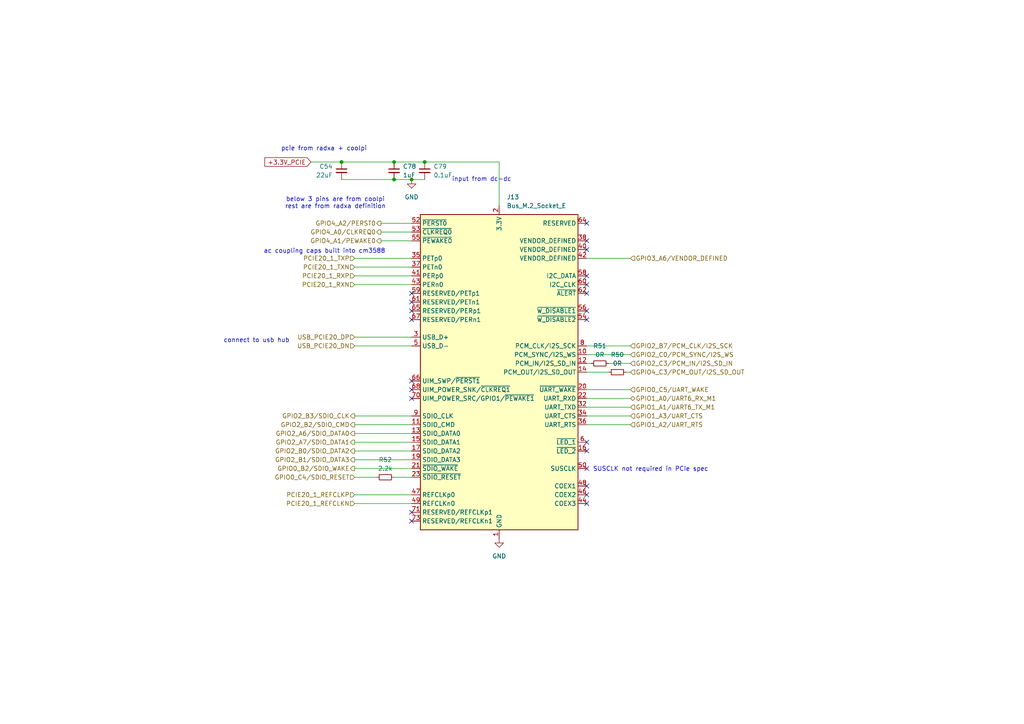
<source format=kicad_sch>
(kicad_sch (version 20240417) (generator "eeschema") (generator_version "8.99")
  (paper "A4")
  (title_block (title "anyon e") (date "2024-09-15") (rev "V0.3") (company "Byran Huang") (comment 4 "Proof of concept board for feature verification"))
  (lib_symbols
    (symbol "Connector:Bus_M.2_Socket_E"
      (property "Reference" "J" (at -22.86 46.99 0))
      (property "Value" "Bus_M.2_Socket_E" (at 16.51 46.99 0))
      (symbol "Bus_M.2_Socket_E_0_1"
        (rectangle (start -22.86 45.72) (end 22.86 -45.72) (stroke (width 0.254)) (fill (type background)))
      )
      (symbol "Bus_M.2_Socket_E_1_1"
        (pin power_in line (at 0 -48.26 90) (length 2.54) (name "GND") (number "1"))
        (pin bidirectional line (at 25.4 5.08 180) (length 2.54) (name "PCM_SYNC/I2S_WS") (number "10"))
        (pin bidirectional line (at -25.4 -15.24 0) (length 2.54) (name "SDIO_CMD") (number "11"))
        (pin input line (at 25.4 2.54 180) (length 2.54) (name "PCM_IN/I2S_SD_IN") (number "12"))
        (pin bidirectional line (at -25.4 -17.78 0) (length 2.54) (name "SDIO_DATA0") (number "13"))
        (pin output line (at 25.4 0 180) (length 2.54) (name "PCM_OUT/I2S_SD_OUT") (number "14"))
        (pin bidirectional line (at -25.4 -20.32 0) (length 2.54) (name "SDIO_DATA1") (number "15"))
        (pin open_collector line (at 25.4 -22.86 180) (length 2.54) (name "~{LED_2}") (number "16"))
        (pin bidirectional line (at -25.4 -22.86 0) (length 2.54) (name "SDIO_DATA2") (number "17"))
        (pin passive line (at 0 -48.26 90) (length 2.54) hide (name "GND") (number "18"))
        (pin bidirectional line (at -25.4 -25.4 0) (length 2.54) (name "SDIO_DATA3") (number "19"))
        (pin power_in line (at 0 48.26 270) (length 2.54) (name "3.3V") (number "2"))
        (pin input line (at 25.4 -5.08 180) (length 2.54) (name "~{UART_WAKE}") (number "20"))
        (pin input line (at -25.4 -27.94 0) (length 2.54) (name "~{SDIO_WAKE}") (number "21"))
        (pin input line (at 25.4 -7.62 180) (length 2.54) (name "UART_RXD") (number "22"))
        (pin output line (at -25.4 -30.48 0) (length 2.54) (name "~{SDIO_RESET}") (number "23"))
        (pin bidirectional line (at -25.4 10.16 0) (length 2.54) (name "USB_D+") (number "3"))
        (pin output line (at 25.4 -10.16 180) (length 2.54) (name "UART_TXD") (number "32"))
        (pin passive line (at 0 -48.26 90) (length 2.54) hide (name "GND") (number "33"))
        (pin input line (at 25.4 -12.7 180) (length 2.54) (name "UART_CTS") (number "34"))
        (pin output line (at -25.4 33.02 0) (length 2.54) (name "PETp0") (number "35"))
        (pin output line (at 25.4 -15.24 180) (length 2.54) (name "UART_RTS") (number "36"))
        (pin output line (at -25.4 30.48 0) (length 2.54) (name "PETn0") (number "37"))
        (pin passive line (at 25.4 38.1 180) (length 2.54) (name "VENDOR_DEFINED") (number "38"))
        (pin passive line (at 0 -48.26 90) (length 2.54) hide (name "GND") (number "39"))
        (pin passive line (at 0 48.26 270) (length 2.54) hide (name "3.3V") (number "4"))
        (pin passive line (at 25.4 35.56 180) (length 2.54) (name "VENDOR_DEFINED") (number "40"))
        (pin input line (at -25.4 27.94 0) (length 2.54) (name "PERp0") (number "41"))
        (pin passive line (at 25.4 33.02 180) (length 2.54) (name "VENDOR_DEFINED") (number "42"))
        (pin input line (at -25.4 25.4 0) (length 2.54) (name "PERn0") (number "43"))
        (pin bidirectional line (at 25.4 -38.1 180) (length 2.54) (name "COEX3") (number "44"))
        (pin passive line (at 0 -48.26 90) (length 2.54) hide (name "GND") (number "45"))
        (pin bidirectional line (at 25.4 -35.56 180) (length 2.54) (name "COEX2") (number "46"))
        (pin output line (at -25.4 -35.56 0) (length 2.54) (name "REFCLKp0") (number "47"))
        (pin bidirectional line (at 25.4 -33.02 180) (length 2.54) (name "COEX1") (number "48"))
        (pin output line (at -25.4 -38.1 0) (length 2.54) (name "REFCLKn0") (number "49"))
        (pin bidirectional line (at -25.4 7.62 0) (length 2.54) (name "USB_D-") (number "5"))
        (pin output line (at 25.4 -27.94 180) (length 2.54) (name "SUSCLK") (number "50"))
        (pin passive line (at 0 -48.26 90) (length 2.54) hide (name "GND") (number "51"))
        (pin output line (at -25.4 43.18 0) (length 2.54) (name "~{PERST0}") (number "52"))
        (pin bidirectional line (at -25.4 40.64 0) (length 2.54) (name "~{CLKREQ0}") (number "53"))
        (pin output line (at 25.4 15.24 180) (length 2.54) (name "~{W_DISABLE2}") (number "54"))
        (pin bidirectional line (at -25.4 38.1 0) (length 2.54) (name "~{PEWAKE0}") (number "55"))
        (pin output line (at 25.4 17.78 180) (length 2.54) (name "~{W_DISABLE1}") (number "56"))
        (pin passive line (at 0 -48.26 90) (length 2.54) hide (name "GND") (number "57"))
        (pin bidirectional line (at 25.4 27.94 180) (length 2.54) (name "I2C_DATA") (number "58"))
        (pin output line (at -25.4 22.86 0) (length 2.54) (name "RESERVED/PETp1") (number "59"))
        (pin open_collector line (at 25.4 -20.32 180) (length 2.54) (name "~{LED_1}") (number "6"))
        (pin output line (at 25.4 25.4 180) (length 2.54) (name "I2C_CLK") (number "60"))
        (pin output line (at -25.4 20.32 0) (length 2.54) (name "RESERVED/PETn1") (number "61"))
        (pin input line (at 25.4 22.86 180) (length 2.54) (name "~{ALERT}") (number "62"))
        (pin passive line (at 0 -48.26 90) (length 2.54) hide (name "GND") (number "63"))
        (pin passive line (at 25.4 43.18 180) (length 2.54) (name "RESERVED") (number "64"))
        (pin input line (at -25.4 17.78 0) (length 2.54) (name "RESERVED/PERp1") (number "65"))
        (pin output line (at -25.4 -2.54 0) (length 2.54) (name "UIM_SWP/~{PERST1}") (number "66"))
        (pin input line (at -25.4 15.24 0) (length 2.54) (name "RESERVED/PERn1") (number "67"))
        (pin bidirectional line (at -25.4 -5.08 0) (length 2.54) (name "UIM_POWER_SNK/~{CLKREQ1}") (number "68"))
        (pin passive line (at 0 -48.26 90) (length 2.54) hide (name "GND") (number "69"))
        (pin passive line (at 0 -48.26 90) (length 2.54) hide (name "GND") (number "7"))
        (pin bidirectional line (at -25.4 -7.62 0) (length 2.54) (name "UIM_POWER_SRC/GPIO1/~{PEWAKE1}") (number "70"))
        (pin output line (at -25.4 -40.64 0) (length 2.54) (name "RESERVED/REFCLKp1") (number "71"))
        (pin passive line (at 0 48.26 270) (length 2.54) hide (name "3.3V") (number "72"))
        (pin output line (at -25.4 -43.18 0) (length 2.54) (name "RESERVED/REFCLKn1") (number "73"))
        (pin passive line (at 0 48.26 270) (length 2.54) hide (name "3.3V") (number "74"))
        (pin passive line (at 0 -48.26 90) (length 2.54) hide (name "GND") (number "75"))
        (pin bidirectional line (at 25.4 7.62 180) (length 2.54) (name "PCM_CLK/I2S_SCK") (number "8"))
        (pin output line (at -25.4 -12.7 0) (length 2.54) (name "SDIO_CLK") (number "9"))
      )
    )
    (symbol "Device:C_Small" (pin_numbers hide) (pin_names (offset 0.254) hide)
      (property "Reference" "C" (at 0.254 1.778 0))
      (property "Value" "C_Small" (at 0.254 -2.032 0))
      (symbol "C_Small_0_1"
        (polyline (pts (xy -1.524 0.508) (xy 1.524 0.508)) (stroke (width 0.3048)))
        (polyline (pts (xy -1.524 -0.508) (xy 1.524 -0.508)) (stroke (width 0.3302)))
      )
      (symbol "C_Small_1_1"
        (pin passive line (at 0 2.54 270) (length 2.032) (name "~") (number "1"))
        (pin passive line (at 0 -2.54 90) (length 2.032) (name "~") (number "2"))
      )
    )
    (symbol "Device:R_Small" (pin_numbers hide) (pin_names (offset 0.254) hide)
      (property "Reference" "R" (at 0.762 0.508 0))
      (property "Value" "R_Small" (at 0.762 -1.016 0))
      (symbol "R_Small_0_1"
        (rectangle (start -0.762 1.778) (end 0.762 -1.778) (stroke (width 0.2032)))
      )
      (symbol "R_Small_1_1"
        (pin passive line (at 0 2.54 270) (length 0.762) (name "~") (number "1"))
        (pin passive line (at 0 -2.54 90) (length 0.762) (name "~") (number "2"))
      )
    )
    (symbol "power:GND" (power) (pin_numbers hide) (pin_names (offset 0) hide)
      (property "Value" "GND" (at 0 -3.81 0))
      (symbol "GND_0_1"
        (polyline (pts (xy 0 0) (xy 0 -1.27) (xy 1.27 -1.27) (xy 0 -2.54) (xy -1.27 -1.27) (xy 0 -1.27)))
      )
      (symbol "GND_1_1"
        (pin power_in line (at 0 0 270) (length 0) (name "~") (number "1"))
      )
    )
  )
  (text "connect to usb hub" (at 74.422 98.806 0) (effects (font (size 1.27 1.27))))
  (text "below 3 pins are from coolpi\nrest are from radxa definition" (at 97.282 58.928 0) (effects (font (size 1.27 1.27))))
  (text "pcie from radxa + coolpi" (at 93.98 43.18 0) (effects (font (size 1.27 1.27))))
  (text "SUSCLK not required in PCIe spec" (at 188.722 136.144 0) (effects (font (size 1.27 1.27))))
  (text "input from dc-dc" (at 139.7 52.07 0) (effects (font (size 1.27 1.27))))
  (text "ac coupling caps built into cm3588" (at 76.454 72.898 0) (effects (font (size 1.27 1.27)) (justify left)))
  (junction (at 123.19 46.99))
  (junction (at 114.3 46.99))
  (junction (at 114.3 52.07))
  (junction (at 99.06 46.99))
  (junction (at 119.38 52.07))
  (no_connect (at 170.18 85.09))
  (no_connect (at 119.38 85.09))
  (no_connect (at 119.38 148.59))
  (no_connect (at 119.38 92.71))
  (no_connect (at 119.38 151.13))
  (no_connect (at 170.18 72.39))
  (no_connect (at 170.18 140.97))
  (no_connect (at 170.18 135.89))
  (no_connect (at 170.18 92.71))
  (no_connect (at 170.18 146.05))
  (no_connect (at 119.38 87.63))
  (no_connect (at 170.18 90.17))
  (no_connect (at 170.18 130.81))
  (no_connect (at 170.18 69.85))
  (no_connect (at 119.38 113.03))
  (no_connect (at 119.38 110.49))
  (no_connect (at 170.18 128.27))
  (no_connect (at 170.18 64.77))
  (no_connect (at 170.18 80.01))
  (no_connect (at 170.18 82.55))
  (no_connect (at 170.18 143.51))
  (no_connect (at 119.38 115.57))
  (no_connect (at 119.38 90.17))
  (wire (pts (xy 170.18 113.03) (xy 182.88 113.03)))
  (wire (pts (xy 99.06 52.07) (xy 114.3 52.07)))
  (wire (pts (xy 170.18 120.65) (xy 182.88 120.65)))
  (wire (pts (xy 102.87 74.93) (xy 119.38 74.93)))
  (wire (pts (xy 176.53 107.95) (xy 170.18 107.95)))
  (wire (pts (xy 102.87 135.89) (xy 119.38 135.89)))
  (wire (pts (xy 90.17 46.99) (xy 99.06 46.99)))
  (wire (pts (xy 119.38 52.07) (xy 123.19 52.07)))
  (wire (pts (xy 182.88 105.41) (xy 176.53 105.41)))
  (wire (pts (xy 99.06 46.99) (xy 114.3 46.99)))
  (wire (pts (xy 102.87 143.51) (xy 119.38 143.51)))
  (wire (pts (xy 102.87 120.65) (xy 119.38 120.65)))
  (wire (pts (xy 170.18 123.19) (xy 182.88 123.19)))
  (wire (pts (xy 102.87 77.47) (xy 119.38 77.47)))
  (wire (pts (xy 102.87 138.43) (xy 109.22 138.43)))
  (wire (pts (xy 110.49 64.77) (xy 119.38 64.77)))
  (wire (pts (xy 102.87 130.81) (xy 119.38 130.81)))
  (wire (pts (xy 102.87 123.19) (xy 119.38 123.19)))
  (wire (pts (xy 170.18 115.57) (xy 182.88 115.57)))
  (wire (pts (xy 102.87 133.35) (xy 119.38 133.35)))
  (wire (pts (xy 102.87 80.01) (xy 119.38 80.01)))
  (wire (pts (xy 171.45 105.41) (xy 170.18 105.41)))
  (wire (pts (xy 123.19 46.99) (xy 114.3 46.99)))
  (wire (pts (xy 102.87 125.73) (xy 119.38 125.73)))
  (wire (pts (xy 182.88 102.87) (xy 170.18 102.87)))
  (wire (pts (xy 182.88 107.95) (xy 181.61 107.95)))
  (wire (pts (xy 102.87 97.79) (xy 119.38 97.79)))
  (wire (pts (xy 123.19 46.99) (xy 144.78 46.99)))
  (wire (pts (xy 102.87 146.05) (xy 119.38 146.05)))
  (wire (pts (xy 114.3 52.07) (xy 119.38 52.07)))
  (wire (pts (xy 102.87 100.33) (xy 119.38 100.33)))
  (wire (pts (xy 110.49 69.85) (xy 119.38 69.85)))
  (wire (pts (xy 114.3 138.43) (xy 119.38 138.43)))
  (wire (pts (xy 102.87 128.27) (xy 119.38 128.27)))
  (wire (pts (xy 182.88 100.33) (xy 170.18 100.33)))
  (wire (pts (xy 102.87 82.55) (xy 119.38 82.55)))
  (wire (pts (xy 170.18 74.93) (xy 182.88 74.93)))
  (wire (pts (xy 144.78 46.99) (xy 144.78 59.69)))
  (wire (pts (xy 170.18 118.11) (xy 182.88 118.11)))
  (wire (pts (xy 110.49 67.31) (xy 119.38 67.31)))
  (global_label "+3.3V_PCIE" (shape input) (at 90.17 46.99 180) (property "Intersheetrefs" "${INTERSHEET_REFS}" (effects (hide yes))))
  (hierarchical_label "GPIO2_B3{slash}SDIO_CLK" (shape output) (at 102.87 120.65 180))
  (hierarchical_label "GPIO2_A7{slash}SDIO_DATA1" (shape output) (at 102.87 128.27 180))
  (hierarchical_label "GPIO2_A6{slash}SDIO_DATA0" (shape output) (at 102.87 125.73 180))
  (hierarchical_label "PCIE20_1_TXP" (shape input) (at 102.87 74.93 180))
  (hierarchical_label "GPIO4_C3{slash}PCM_OUT{slash}I2S_SD_OUT" (shape input) (at 182.88 107.95 0))
  (hierarchical_label "GPIO0_B2{slash}SDIO_WAKE" (shape output) (at 102.87 135.89 180))
  (hierarchical_label "GPIO2_B0{slash}SDIO_DATA2" (shape output) (at 102.87 130.81 180))
  (hierarchical_label "GPIO4_A1{slash}PEWAKE0" (shape output) (at 110.49 69.85 180))
  (hierarchical_label "GPIO1_A3{slash}UART_CTS" (shape input) (at 182.88 120.65 0))
  (hierarchical_label "GPIO2_B1{slash}SDIO_DATA3" (shape output) (at 102.87 133.35 180))
  (hierarchical_label "GPIO3_A6{slash}VENDOR_DEFINED" (shape input) (at 182.88 74.93 0))
  (hierarchical_label "GPIO1_A0{slash}UART6_RX_M1" (shape bidirectional) (at 182.88 115.57 0))
  (hierarchical_label "USB_PCIE20_DN" (shape input) (at 102.87 100.33 180))
  (hierarchical_label "PCIE20_1_RXN" (shape input) (at 102.87 82.55 180))
  (hierarchical_label "GPIO0_C4{slash}SDIO_RESET" (shape input) (at 102.87 138.43 180))
  (hierarchical_label "GPIO1_A1{slash}UART6_TX_M1" (shape input) (at 182.88 118.11 0))
  (hierarchical_label "GPIO1_A2{slash}UART_RTS" (shape input) (at 182.88 123.19 0))
  (hierarchical_label "PCIE20_1_REFCLKP" (shape input) (at 102.87 143.51 180))
  (hierarchical_label "PCIE20_1_RXP" (shape input) (at 102.87 80.01 180))
  (hierarchical_label "GPIO2_C3{slash}PCM_IN{slash}I2S_SD_IN" (shape input) (at 182.88 105.41 0))
  (hierarchical_label "GPIO2_B2{slash}SDIO_CMD" (shape output) (at 102.87 123.19 180))
  (hierarchical_label "GPIO4_A0{slash}CLKREQ0" (shape output) (at 110.49 67.31 180))
  (hierarchical_label "USB_PCIE20_DP" (shape input) (at 102.87 97.79 180))
  (hierarchical_label "PCIE20_1_TXN" (shape input) (at 102.87 77.47 180))
  (hierarchical_label "GPIO2_C0{slash}PCM_SYNC{slash}I2S_WS" (shape input) (at 182.88 102.87 0))
  (hierarchical_label "GPIO0_C5{slash}UART_WAKE" (shape input) (at 182.88 113.03 0))
  (hierarchical_label "GPIO2_B7{slash}PCM_CLK{slash}I2S_SCK" (shape input) (at 182.88 100.33 0))
  (hierarchical_label "GPIO4_A2{slash}PERST0" (shape output) (at 110.49 64.77 180))
  (hierarchical_label "PCIE20_1_REFCLKN" (shape input) (at 102.87 146.05 180))
  (symbol (lib_id "Device:C_Small") (at 114.3 49.53 0) (unit 1)
    (property "Reference" "C78" (at 116.84 48.2662 0) (effects (justify left)))
    (property "Value" "1uF" (at 116.84 50.8062 0) (effects (justify left)))
    (property "Footprint" "Capacitor_SMD:C_0402_1005Metric" (effects (hide yes)))
    (property "Description" "Unpolarized capacitor, small symbol" (effects (hide yes)))
  )
  (symbol (lib_id "Device:C_Small") (at 123.19 49.53 0) (unit 1)
    (property "Reference" "C79" (at 125.73 48.2662 0) (effects (justify left)))
    (property "Value" "0.1uF" (at 125.73 50.8062 0) (effects (justify left)))
    (property "Footprint" "Capacitor_SMD:C_0402_1005Metric" (effects (hide yes)))
    (property "Description" "Unpolarized capacitor, small symbol" (effects (hide yes)))
  )
  (symbol (lib_id "Device:C_Small") (at 99.06 49.53 0) (unit 1)
    (property "Reference" "C54" (at 96.52 48.2662 0) (effects (justify right)))
    (property "Value" "22uF" (at 96.52 50.8062 0) (effects (justify right)))
    (property "Footprint" "Capacitor_SMD:C_0603_1608Metric" (effects (hide yes)))
    (property "Description" "Unpolarized capacitor, small symbol" (effects (hide yes)))
  )
  (symbol (lib_id "Device:R_Small") (at 173.99 105.41 90) (unit 1)
    (property "Reference" "R51" (at 173.99 100.33 90))
    (property "Value" "0R" (at 173.99 102.87 90))
    (property "Footprint" "Resistor_SMD:R_0402_1005Metric" (effects (hide yes)))
    (property "Description" "Resistor, small symbol" (effects (hide yes)))
  )
  (symbol (lib_id "Device:R_Small") (at 111.76 138.43 90) (unit 1)
    (property "Reference" "R52" (at 111.76 133.35 90))
    (property "Value" "2.2k" (at 111.76 135.89 90))
    (property "Footprint" "Resistor_SMD:R_0402_1005Metric" (effects (hide yes)))
    (property "Description" "Resistor, small symbol" (effects (hide yes)))
  )
  (symbol (lib_id "power:GND") (at 144.78 156.21 0) (unit 1)
    (property "Reference" "#PWR072" (effects (hide yes)))
    (property "Value" "GND" (at 144.78 161.29 0))
    (property "Description" "Power symbol creates a global label with name \"GND\" , ground" (effects (hide yes)))
  )
  (symbol (lib_id "Connector:Bus_M.2_Socket_E") (at 144.78 107.95 0) (unit 1)
    (property "Reference" "J13" (at 146.9741 57.15 0) (effects (justify left)))
    (property "Value" "Bus_M.2_Socket_E" (at 146.9741 59.69 0) (effects (justify left)))
    (property "Footprint" "WIRELESS_E_KEY:CONN-SMD_APCI0147-P001A" (effects (hide yes)))
    (property "Datasheet" "http://read.pudn.com/downloads794/doc/project/3133918/PCIe_M.2_Electromechanical_Spec_Rev1.0_Final_11012013_RS_Clean.pdf#page=150" (effects (hide yes)))
    (property "Description" "M.2 Socket 1-SD Mechanical Key E" (effects (hide yes)))
  )
  (symbol (lib_id "Device:R_Small") (at 179.07 107.95 90) (unit 1)
    (property "Reference" "R50" (at 179.07 102.87 90))
    (property "Value" "0R" (at 179.07 105.41 90))
    (property "Footprint" "Resistor_SMD:R_0402_1005Metric" (effects (hide yes)))
    (property "Description" "Resistor, small symbol" (effects (hide yes)))
  )
  (symbol (lib_id "power:GND") (at 119.38 52.07 0) (unit 1)
    (property "Reference" "#PWR0131" (effects (hide yes)))
    (property "Value" "GND" (at 119.38 57.15 0))
    (property "Description" "Power symbol creates a global label with name \"GND\" , ground" (effects (hide yes)))
  )
)
</source>
